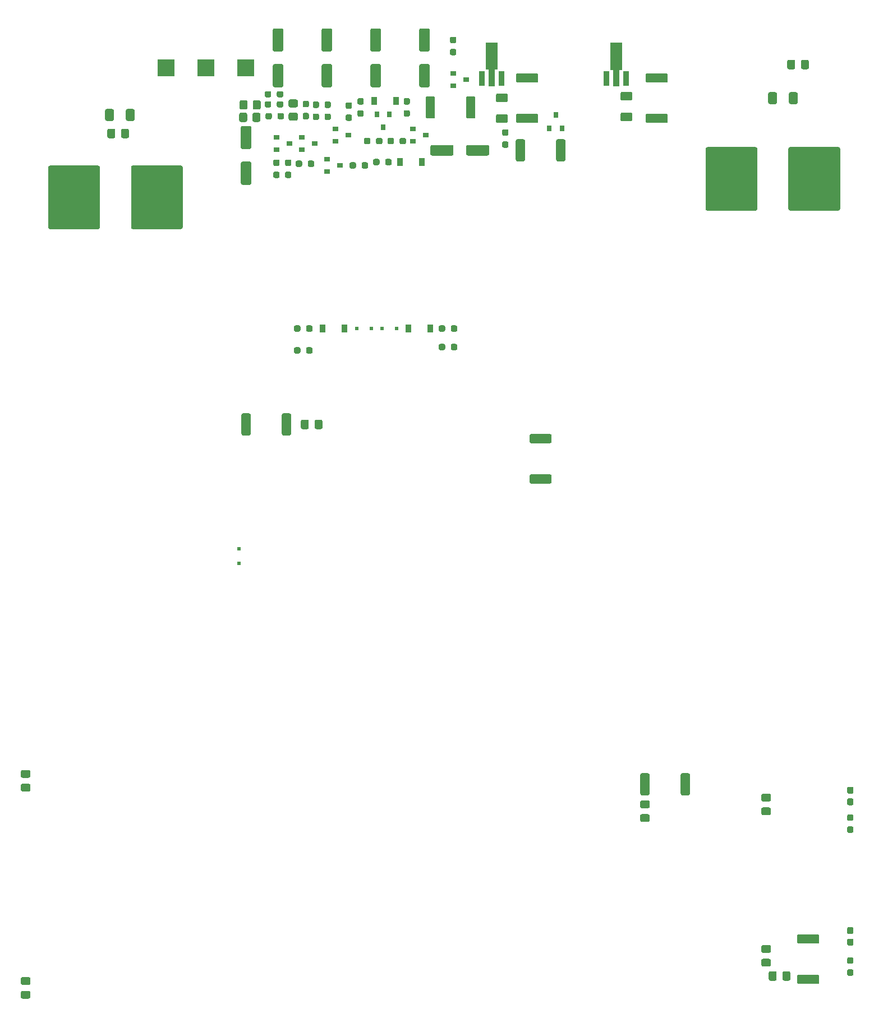
<source format=gtp>
G04 #@! TF.GenerationSoftware,KiCad,Pcbnew,5.1.7-a382d34a8~88~ubuntu18.04.1*
G04 #@! TF.CreationDate,2021-06-01T18:59:40+03:00*
G04 #@! TF.ProjectId,amplifier,616d706c-6966-4696-9572-2e6b69636164,rev?*
G04 #@! TF.SameCoordinates,Original*
G04 #@! TF.FileFunction,Paste,Top*
G04 #@! TF.FilePolarity,Positive*
%FSLAX46Y46*%
G04 Gerber Fmt 4.6, Leading zero omitted, Abs format (unit mm)*
G04 Created by KiCad (PCBNEW 5.1.7-a382d34a8~88~ubuntu18.04.1) date 2021-06-01 18:59:40*
%MOMM*%
%LPD*%
G01*
G04 APERTURE LIST*
%ADD10R,0.900000X0.800000*%
%ADD11R,0.800000X0.900000*%
%ADD12R,0.900000X1.200000*%
%ADD13C,0.100000*%
%ADD14R,0.900000X2.300000*%
%ADD15R,0.500000X0.500000*%
%ADD16R,2.500000X2.500000*%
G04 APERTURE END LIST*
G36*
G01*
X162969001Y-159448000D02*
X160118999Y-159448000D01*
G75*
G02*
X159869000Y-159198001I0J249999D01*
G01*
X159869000Y-158297999D01*
G75*
G02*
X160118999Y-158048000I249999J0D01*
G01*
X162969001Y-158048000D01*
G75*
G02*
X163219000Y-158297999I0J-249999D01*
G01*
X163219000Y-159198001D01*
G75*
G02*
X162969001Y-159448000I-249999J0D01*
G01*
G37*
G36*
G01*
X162969001Y-165548000D02*
X160118999Y-165548000D01*
G75*
G02*
X159869000Y-165298001I0J249999D01*
G01*
X159869000Y-164397999D01*
G75*
G02*
X160118999Y-164148000I249999J0D01*
G01*
X162969001Y-164148000D01*
G75*
G02*
X163219000Y-164397999I0J-249999D01*
G01*
X163219000Y-165298001D01*
G75*
G02*
X162969001Y-165548000I-249999J0D01*
G01*
G37*
G36*
G01*
X168131500Y-158005000D02*
X167656500Y-158005000D01*
G75*
G02*
X167419000Y-157767500I0J237500D01*
G01*
X167419000Y-157192500D01*
G75*
G02*
X167656500Y-156955000I237500J0D01*
G01*
X168131500Y-156955000D01*
G75*
G02*
X168369000Y-157192500I0J-237500D01*
G01*
X168369000Y-157767500D01*
G75*
G02*
X168131500Y-158005000I-237500J0D01*
G01*
G37*
G36*
G01*
X168131500Y-159755000D02*
X167656500Y-159755000D01*
G75*
G02*
X167419000Y-159517500I0J237500D01*
G01*
X167419000Y-158942500D01*
G75*
G02*
X167656500Y-158705000I237500J0D01*
G01*
X168131500Y-158705000D01*
G75*
G02*
X168369000Y-158942500I0J-237500D01*
G01*
X168369000Y-159517500D01*
G75*
G02*
X168131500Y-159755000I-237500J0D01*
G01*
G37*
G36*
G01*
X167656500Y-163342500D02*
X168131500Y-163342500D01*
G75*
G02*
X168369000Y-163580000I0J-237500D01*
G01*
X168369000Y-164080000D01*
G75*
G02*
X168131500Y-164317500I-237500J0D01*
G01*
X167656500Y-164317500D01*
G75*
G02*
X167419000Y-164080000I0J237500D01*
G01*
X167419000Y-163580000D01*
G75*
G02*
X167656500Y-163342500I237500J0D01*
G01*
G37*
G36*
G01*
X167656500Y-161517500D02*
X168131500Y-161517500D01*
G75*
G02*
X168369000Y-161755000I0J-237500D01*
G01*
X168369000Y-162255000D01*
G75*
G02*
X168131500Y-162492500I-237500J0D01*
G01*
X167656500Y-162492500D01*
G75*
G02*
X167419000Y-162255000I0J237500D01*
G01*
X167419000Y-161755000D01*
G75*
G02*
X167656500Y-161517500I237500J0D01*
G01*
G37*
G36*
G01*
X167656500Y-139927500D02*
X168131500Y-139927500D01*
G75*
G02*
X168369000Y-140165000I0J-237500D01*
G01*
X168369000Y-140665000D01*
G75*
G02*
X168131500Y-140902500I-237500J0D01*
G01*
X167656500Y-140902500D01*
G75*
G02*
X167419000Y-140665000I0J237500D01*
G01*
X167419000Y-140165000D01*
G75*
G02*
X167656500Y-139927500I237500J0D01*
G01*
G37*
G36*
G01*
X167656500Y-141752500D02*
X168131500Y-141752500D01*
G75*
G02*
X168369000Y-141990000I0J-237500D01*
G01*
X168369000Y-142490000D01*
G75*
G02*
X168131500Y-142727500I-237500J0D01*
G01*
X167656500Y-142727500D01*
G75*
G02*
X167419000Y-142490000I0J237500D01*
G01*
X167419000Y-141990000D01*
G75*
G02*
X167656500Y-141752500I237500J0D01*
G01*
G37*
G36*
G01*
X136431000Y-137821000D02*
X137381000Y-137821000D01*
G75*
G02*
X137631000Y-138071000I0J-250000D01*
G01*
X137631000Y-138746000D01*
G75*
G02*
X137381000Y-138996000I-250000J0D01*
G01*
X136431000Y-138996000D01*
G75*
G02*
X136181000Y-138746000I0J250000D01*
G01*
X136181000Y-138071000D01*
G75*
G02*
X136431000Y-137821000I250000J0D01*
G01*
G37*
G36*
G01*
X136431000Y-139896000D02*
X137381000Y-139896000D01*
G75*
G02*
X137631000Y-140146000I0J-250000D01*
G01*
X137631000Y-140821000D01*
G75*
G02*
X137381000Y-141071000I-250000J0D01*
G01*
X136431000Y-141071000D01*
G75*
G02*
X136181000Y-140821000I0J250000D01*
G01*
X136181000Y-140146000D01*
G75*
G02*
X136431000Y-139896000I250000J0D01*
G01*
G37*
G36*
G01*
X168131500Y-138560000D02*
X167656500Y-138560000D01*
G75*
G02*
X167419000Y-138322500I0J237500D01*
G01*
X167419000Y-137747500D01*
G75*
G02*
X167656500Y-137510000I237500J0D01*
G01*
X168131500Y-137510000D01*
G75*
G02*
X168369000Y-137747500I0J-237500D01*
G01*
X168369000Y-138322500D01*
G75*
G02*
X168131500Y-138560000I-237500J0D01*
G01*
G37*
G36*
G01*
X168131500Y-136810000D02*
X167656500Y-136810000D01*
G75*
G02*
X167419000Y-136572500I0J237500D01*
G01*
X167419000Y-135997500D01*
G75*
G02*
X167656500Y-135760000I237500J0D01*
G01*
X168131500Y-135760000D01*
G75*
G02*
X168369000Y-135997500I0J-237500D01*
G01*
X168369000Y-136572500D01*
G75*
G02*
X168131500Y-136810000I-237500J0D01*
G01*
G37*
G36*
G01*
X154719000Y-161740000D02*
X155669000Y-161740000D01*
G75*
G02*
X155919000Y-161990000I0J-250000D01*
G01*
X155919000Y-162665000D01*
G75*
G02*
X155669000Y-162915000I-250000J0D01*
G01*
X154719000Y-162915000D01*
G75*
G02*
X154469000Y-162665000I0J250000D01*
G01*
X154469000Y-161990000D01*
G75*
G02*
X154719000Y-161740000I250000J0D01*
G01*
G37*
G36*
G01*
X154719000Y-159665000D02*
X155669000Y-159665000D01*
G75*
G02*
X155919000Y-159915000I0J-250000D01*
G01*
X155919000Y-160590000D01*
G75*
G02*
X155669000Y-160840000I-250000J0D01*
G01*
X154719000Y-160840000D01*
G75*
G02*
X154469000Y-160590000I0J250000D01*
G01*
X154469000Y-159915000D01*
G75*
G02*
X154719000Y-159665000I250000J0D01*
G01*
G37*
G36*
G01*
X158851000Y-163863000D02*
X158851000Y-164813000D01*
G75*
G02*
X158601000Y-165063000I-250000J0D01*
G01*
X157926000Y-165063000D01*
G75*
G02*
X157676000Y-164813000I0J250000D01*
G01*
X157676000Y-163863000D01*
G75*
G02*
X157926000Y-163613000I250000J0D01*
G01*
X158601000Y-163613000D01*
G75*
G02*
X158851000Y-163863000I0J-250000D01*
G01*
G37*
G36*
G01*
X156776000Y-163863000D02*
X156776000Y-164813000D01*
G75*
G02*
X156526000Y-165063000I-250000J0D01*
G01*
X155851000Y-165063000D01*
G75*
G02*
X155601000Y-164813000I0J250000D01*
G01*
X155601000Y-163863000D01*
G75*
G02*
X155851000Y-163613000I250000J0D01*
G01*
X156526000Y-163613000D01*
G75*
G02*
X156776000Y-163863000I0J-250000D01*
G01*
G37*
G36*
G01*
X42959000Y-135302500D02*
X43909000Y-135302500D01*
G75*
G02*
X44159000Y-135552500I0J-250000D01*
G01*
X44159000Y-136227500D01*
G75*
G02*
X43909000Y-136477500I-250000J0D01*
G01*
X42959000Y-136477500D01*
G75*
G02*
X42709000Y-136227500I0J250000D01*
G01*
X42709000Y-135552500D01*
G75*
G02*
X42959000Y-135302500I250000J0D01*
G01*
G37*
G36*
G01*
X42959000Y-133227500D02*
X43909000Y-133227500D01*
G75*
G02*
X44159000Y-133477500I0J-250000D01*
G01*
X44159000Y-134152500D01*
G75*
G02*
X43909000Y-134402500I-250000J0D01*
G01*
X42959000Y-134402500D01*
G75*
G02*
X42709000Y-134152500I0J250000D01*
G01*
X42709000Y-133477500D01*
G75*
G02*
X42959000Y-133227500I250000J0D01*
G01*
G37*
G36*
G01*
X154719000Y-138880000D02*
X155669000Y-138880000D01*
G75*
G02*
X155919000Y-139130000I0J-250000D01*
G01*
X155919000Y-139805000D01*
G75*
G02*
X155669000Y-140055000I-250000J0D01*
G01*
X154719000Y-140055000D01*
G75*
G02*
X154469000Y-139805000I0J250000D01*
G01*
X154469000Y-139130000D01*
G75*
G02*
X154719000Y-138880000I250000J0D01*
G01*
G37*
G36*
G01*
X154719000Y-136805000D02*
X155669000Y-136805000D01*
G75*
G02*
X155919000Y-137055000I0J-250000D01*
G01*
X155919000Y-137730000D01*
G75*
G02*
X155669000Y-137980000I-250000J0D01*
G01*
X154719000Y-137980000D01*
G75*
G02*
X154469000Y-137730000I0J250000D01*
G01*
X154469000Y-137055000D01*
G75*
G02*
X154719000Y-136805000I250000J0D01*
G01*
G37*
G36*
G01*
X136204000Y-136807001D02*
X136204000Y-133956999D01*
G75*
G02*
X136453999Y-133707000I249999J0D01*
G01*
X137354001Y-133707000D01*
G75*
G02*
X137604000Y-133956999I0J-249999D01*
G01*
X137604000Y-136807001D01*
G75*
G02*
X137354001Y-137057000I-249999J0D01*
G01*
X136453999Y-137057000D01*
G75*
G02*
X136204000Y-136807001I0J249999D01*
G01*
G37*
G36*
G01*
X142304000Y-136807001D02*
X142304000Y-133956999D01*
G75*
G02*
X142553999Y-133707000I249999J0D01*
G01*
X143454001Y-133707000D01*
G75*
G02*
X143704000Y-133956999I0J-249999D01*
G01*
X143704000Y-136807001D01*
G75*
G02*
X143454001Y-137057000I-249999J0D01*
G01*
X142553999Y-137057000D01*
G75*
G02*
X142304000Y-136807001I0J249999D01*
G01*
G37*
G36*
G01*
X42959000Y-164512500D02*
X43909000Y-164512500D01*
G75*
G02*
X44159000Y-164762500I0J-250000D01*
G01*
X44159000Y-165437500D01*
G75*
G02*
X43909000Y-165687500I-250000J0D01*
G01*
X42959000Y-165687500D01*
G75*
G02*
X42709000Y-165437500I0J250000D01*
G01*
X42709000Y-164762500D01*
G75*
G02*
X42959000Y-164512500I250000J0D01*
G01*
G37*
G36*
G01*
X42959000Y-166587500D02*
X43909000Y-166587500D01*
G75*
G02*
X44159000Y-166837500I0J-250000D01*
G01*
X44159000Y-167512500D01*
G75*
G02*
X43909000Y-167762500I-250000J0D01*
G01*
X42959000Y-167762500D01*
G75*
G02*
X42709000Y-167512500I0J250000D01*
G01*
X42709000Y-166837500D01*
G75*
G02*
X42959000Y-166587500I250000J0D01*
G01*
G37*
G36*
G01*
X94217500Y-34547000D02*
X93742500Y-34547000D01*
G75*
G02*
X93505000Y-34309500I0J237500D01*
G01*
X93505000Y-33809500D01*
G75*
G02*
X93742500Y-33572000I237500J0D01*
G01*
X94217500Y-33572000D01*
G75*
G02*
X94455000Y-33809500I0J-237500D01*
G01*
X94455000Y-34309500D01*
G75*
G02*
X94217500Y-34547000I-237500J0D01*
G01*
G37*
G36*
G01*
X94217500Y-32722000D02*
X93742500Y-32722000D01*
G75*
G02*
X93505000Y-32484500I0J237500D01*
G01*
X93505000Y-31984500D01*
G75*
G02*
X93742500Y-31747000I237500J0D01*
G01*
X94217500Y-31747000D01*
G75*
G02*
X94455000Y-31984500I0J-237500D01*
G01*
X94455000Y-32484500D01*
G75*
G02*
X94217500Y-32722000I-237500J0D01*
G01*
G37*
G36*
G01*
X113416000Y-39074000D02*
X113416000Y-40174000D01*
G75*
G02*
X113166000Y-40424000I-250000J0D01*
G01*
X110166000Y-40424000D01*
G75*
G02*
X109916000Y-40174000I0J250000D01*
G01*
X109916000Y-39074000D01*
G75*
G02*
X110166000Y-38824000I250000J0D01*
G01*
X113166000Y-38824000D01*
G75*
G02*
X113416000Y-39074000I0J-250000D01*
G01*
G37*
G36*
G01*
X108016000Y-39074000D02*
X108016000Y-40174000D01*
G75*
G02*
X107766000Y-40424000I-250000J0D01*
G01*
X104766000Y-40424000D01*
G75*
G02*
X104516000Y-40174000I0J250000D01*
G01*
X104516000Y-39074000D01*
G75*
G02*
X104766000Y-38824000I250000J0D01*
G01*
X107766000Y-38824000D01*
G75*
G02*
X108016000Y-39074000I0J-250000D01*
G01*
G37*
G36*
G01*
X153860000Y-39391997D02*
X153860000Y-48492003D01*
G75*
G02*
X153610003Y-48742000I-249997J0D01*
G01*
X146309997Y-48742000D01*
G75*
G02*
X146060000Y-48492003I0J249997D01*
G01*
X146060000Y-39391997D01*
G75*
G02*
X146309997Y-39142000I249997J0D01*
G01*
X153610003Y-39142000D01*
G75*
G02*
X153860000Y-39391997I0J-249997D01*
G01*
G37*
G36*
G01*
X166360000Y-39391997D02*
X166360000Y-48492003D01*
G75*
G02*
X166110003Y-48742000I-249997J0D01*
G01*
X158809997Y-48742000D01*
G75*
G02*
X158560000Y-48492003I0J249997D01*
G01*
X158560000Y-39391997D01*
G75*
G02*
X158809997Y-39142000I249997J0D01*
G01*
X166110003Y-39142000D01*
G75*
G02*
X166360000Y-39391997I0J-249997D01*
G01*
G37*
G36*
G01*
X108187500Y-23451000D02*
X107712500Y-23451000D01*
G75*
G02*
X107475000Y-23213500I0J237500D01*
G01*
X107475000Y-22713500D01*
G75*
G02*
X107712500Y-22476000I237500J0D01*
G01*
X108187500Y-22476000D01*
G75*
G02*
X108425000Y-22713500I0J-237500D01*
G01*
X108425000Y-23213500D01*
G75*
G02*
X108187500Y-23451000I-237500J0D01*
G01*
G37*
G36*
G01*
X108187500Y-25276000D02*
X107712500Y-25276000D01*
G75*
G02*
X107475000Y-25038500I0J237500D01*
G01*
X107475000Y-24538500D01*
G75*
G02*
X107712500Y-24301000I237500J0D01*
G01*
X108187500Y-24301000D01*
G75*
G02*
X108425000Y-24538500I0J-237500D01*
G01*
X108425000Y-25038500D01*
G75*
G02*
X108187500Y-25276000I-237500J0D01*
G01*
G37*
G36*
G01*
X82084000Y-24704000D02*
X80984000Y-24704000D01*
G75*
G02*
X80734000Y-24454000I0J250000D01*
G01*
X80734000Y-21454000D01*
G75*
G02*
X80984000Y-21204000I250000J0D01*
G01*
X82084000Y-21204000D01*
G75*
G02*
X82334000Y-21454000I0J-250000D01*
G01*
X82334000Y-24454000D01*
G75*
G02*
X82084000Y-24704000I-250000J0D01*
G01*
G37*
G36*
G01*
X82084000Y-30104000D02*
X80984000Y-30104000D01*
G75*
G02*
X80734000Y-29854000I0J250000D01*
G01*
X80734000Y-26854000D01*
G75*
G02*
X80984000Y-26604000I250000J0D01*
G01*
X82084000Y-26604000D01*
G75*
G02*
X82334000Y-26854000I0J-250000D01*
G01*
X82334000Y-29854000D01*
G75*
G02*
X82084000Y-30104000I-250000J0D01*
G01*
G37*
G36*
G01*
X80602900Y-34230300D02*
X80602900Y-34705300D01*
G75*
G02*
X80365400Y-34942800I-237500J0D01*
G01*
X79865400Y-34942800D01*
G75*
G02*
X79627900Y-34705300I0J237500D01*
G01*
X79627900Y-34230300D01*
G75*
G02*
X79865400Y-33992800I237500J0D01*
G01*
X80365400Y-33992800D01*
G75*
G02*
X80602900Y-34230300I0J-237500D01*
G01*
G37*
G36*
G01*
X82427900Y-34230300D02*
X82427900Y-34705300D01*
G75*
G02*
X82190400Y-34942800I-237500J0D01*
G01*
X81690400Y-34942800D01*
G75*
G02*
X81452900Y-34705300I0J237500D01*
G01*
X81452900Y-34230300D01*
G75*
G02*
X81690400Y-33992800I237500J0D01*
G01*
X82190400Y-33992800D01*
G75*
G02*
X82427900Y-34230300I0J-237500D01*
G01*
G37*
G36*
G01*
X79524400Y-32927300D02*
X79524400Y-32452300D01*
G75*
G02*
X79761900Y-32214800I237500J0D01*
G01*
X80261900Y-32214800D01*
G75*
G02*
X80499400Y-32452300I0J-237500D01*
G01*
X80499400Y-32927300D01*
G75*
G02*
X80261900Y-33164800I-237500J0D01*
G01*
X79761900Y-33164800D01*
G75*
G02*
X79524400Y-32927300I0J237500D01*
G01*
G37*
G36*
G01*
X81349400Y-32927300D02*
X81349400Y-32452300D01*
G75*
G02*
X81586900Y-32214800I237500J0D01*
G01*
X82086900Y-32214800D01*
G75*
G02*
X82324400Y-32452300I0J-237500D01*
G01*
X82324400Y-32927300D01*
G75*
G02*
X82086900Y-33164800I-237500J0D01*
G01*
X81586900Y-33164800D01*
G75*
G02*
X81349400Y-32927300I0J237500D01*
G01*
G37*
G36*
G01*
X82324400Y-30928300D02*
X82324400Y-31403300D01*
G75*
G02*
X82086900Y-31640800I-237500J0D01*
G01*
X81586900Y-31640800D01*
G75*
G02*
X81349400Y-31403300I0J237500D01*
G01*
X81349400Y-30928300D01*
G75*
G02*
X81586900Y-30690800I237500J0D01*
G01*
X82086900Y-30690800D01*
G75*
G02*
X82324400Y-30928300I0J-237500D01*
G01*
G37*
G36*
G01*
X80499400Y-30928300D02*
X80499400Y-31403300D01*
G75*
G02*
X80261900Y-31640800I-237500J0D01*
G01*
X79761900Y-31640800D01*
G75*
G02*
X79524400Y-31403300I0J237500D01*
G01*
X79524400Y-30928300D01*
G75*
G02*
X79761900Y-30690800I237500J0D01*
G01*
X80261900Y-30690800D01*
G75*
G02*
X80499400Y-30928300I0J-237500D01*
G01*
G37*
G36*
G01*
X89450000Y-30104000D02*
X88350000Y-30104000D01*
G75*
G02*
X88100000Y-29854000I0J250000D01*
G01*
X88100000Y-26854000D01*
G75*
G02*
X88350000Y-26604000I250000J0D01*
G01*
X89450000Y-26604000D01*
G75*
G02*
X89700000Y-26854000I0J-250000D01*
G01*
X89700000Y-29854000D01*
G75*
G02*
X89450000Y-30104000I-250000J0D01*
G01*
G37*
G36*
G01*
X89450000Y-24704000D02*
X88350000Y-24704000D01*
G75*
G02*
X88100000Y-24454000I0J250000D01*
G01*
X88100000Y-21454000D01*
G75*
G02*
X88350000Y-21204000I250000J0D01*
G01*
X89450000Y-21204000D01*
G75*
G02*
X89700000Y-21454000I0J-250000D01*
G01*
X89700000Y-24454000D01*
G75*
G02*
X89450000Y-24704000I-250000J0D01*
G01*
G37*
D10*
X87106000Y-38608000D03*
X85106000Y-39558000D03*
X85106000Y-37658000D03*
G36*
G01*
X98041000Y-38464500D02*
X98041000Y-37989500D01*
G75*
G02*
X98278500Y-37752000I237500J0D01*
G01*
X98778500Y-37752000D01*
G75*
G02*
X99016000Y-37989500I0J-237500D01*
G01*
X99016000Y-38464500D01*
G75*
G02*
X98778500Y-38702000I-237500J0D01*
G01*
X98278500Y-38702000D01*
G75*
G02*
X98041000Y-38464500I0J237500D01*
G01*
G37*
G36*
G01*
X99866000Y-38464500D02*
X99866000Y-37989500D01*
G75*
G02*
X100103500Y-37752000I237500J0D01*
G01*
X100603500Y-37752000D01*
G75*
G02*
X100841000Y-37989500I0J-237500D01*
G01*
X100841000Y-38464500D01*
G75*
G02*
X100603500Y-38702000I-237500J0D01*
G01*
X100103500Y-38702000D01*
G75*
G02*
X99866000Y-38464500I0J237500D01*
G01*
G37*
X101870000Y-36388000D03*
X101870000Y-38288000D03*
X103870000Y-37338000D03*
G36*
G01*
X92326000Y-42147500D02*
X92326000Y-41672500D01*
G75*
G02*
X92563500Y-41435000I237500J0D01*
G01*
X93063500Y-41435000D01*
G75*
G02*
X93301000Y-41672500I0J-237500D01*
G01*
X93301000Y-42147500D01*
G75*
G02*
X93063500Y-42385000I-237500J0D01*
G01*
X92563500Y-42385000D01*
G75*
G02*
X92326000Y-42147500I0J237500D01*
G01*
G37*
G36*
G01*
X94151000Y-42147500D02*
X94151000Y-41672500D01*
G75*
G02*
X94388500Y-41435000I237500J0D01*
G01*
X94888500Y-41435000D01*
G75*
G02*
X95126000Y-41672500I0J-237500D01*
G01*
X95126000Y-42147500D01*
G75*
G02*
X94888500Y-42385000I-237500J0D01*
G01*
X94388500Y-42385000D01*
G75*
G02*
X94151000Y-42147500I0J237500D01*
G01*
G37*
G36*
G01*
X91964500Y-32382000D02*
X92439500Y-32382000D01*
G75*
G02*
X92677000Y-32619500I0J-237500D01*
G01*
X92677000Y-33119500D01*
G75*
G02*
X92439500Y-33357000I-237500J0D01*
G01*
X91964500Y-33357000D01*
G75*
G02*
X91727000Y-33119500I0J237500D01*
G01*
X91727000Y-32619500D01*
G75*
G02*
X91964500Y-32382000I237500J0D01*
G01*
G37*
G36*
G01*
X91964500Y-34207000D02*
X92439500Y-34207000D01*
G75*
G02*
X92677000Y-34444500I0J-237500D01*
G01*
X92677000Y-34944500D01*
G75*
G02*
X92439500Y-35182000I-237500J0D01*
G01*
X91964500Y-35182000D01*
G75*
G02*
X91727000Y-34944500I0J237500D01*
G01*
X91727000Y-34444500D01*
G75*
G02*
X91964500Y-34207000I237500J0D01*
G01*
G37*
G36*
G01*
X85962500Y-33126500D02*
X85487500Y-33126500D01*
G75*
G02*
X85250000Y-32889000I0J237500D01*
G01*
X85250000Y-32389000D01*
G75*
G02*
X85487500Y-32151500I237500J0D01*
G01*
X85962500Y-32151500D01*
G75*
G02*
X86200000Y-32389000I0J-237500D01*
G01*
X86200000Y-32889000D01*
G75*
G02*
X85962500Y-33126500I-237500J0D01*
G01*
G37*
G36*
G01*
X85962500Y-34951500D02*
X85487500Y-34951500D01*
G75*
G02*
X85250000Y-34714000I0J237500D01*
G01*
X85250000Y-34214000D01*
G75*
G02*
X85487500Y-33976500I237500J0D01*
G01*
X85962500Y-33976500D01*
G75*
G02*
X86200000Y-34214000I0J-237500D01*
G01*
X86200000Y-34714000D01*
G75*
G02*
X85962500Y-34951500I-237500J0D01*
G01*
G37*
G36*
G01*
X88789500Y-34080000D02*
X89264500Y-34080000D01*
G75*
G02*
X89502000Y-34317500I0J-237500D01*
G01*
X89502000Y-34817500D01*
G75*
G02*
X89264500Y-35055000I-237500J0D01*
G01*
X88789500Y-35055000D01*
G75*
G02*
X88552000Y-34817500I0J237500D01*
G01*
X88552000Y-34317500D01*
G75*
G02*
X88789500Y-34080000I237500J0D01*
G01*
G37*
G36*
G01*
X88789500Y-32255000D02*
X89264500Y-32255000D01*
G75*
G02*
X89502000Y-32492500I0J-237500D01*
G01*
X89502000Y-32992500D01*
G75*
G02*
X89264500Y-33230000I-237500J0D01*
G01*
X88789500Y-33230000D01*
G75*
G02*
X88552000Y-32992500I0J237500D01*
G01*
X88552000Y-32492500D01*
G75*
G02*
X88789500Y-32255000I237500J0D01*
G01*
G37*
G36*
G01*
X87011500Y-32255000D02*
X87486500Y-32255000D01*
G75*
G02*
X87724000Y-32492500I0J-237500D01*
G01*
X87724000Y-32992500D01*
G75*
G02*
X87486500Y-33230000I-237500J0D01*
G01*
X87011500Y-33230000D01*
G75*
G02*
X86774000Y-32992500I0J237500D01*
G01*
X86774000Y-32492500D01*
G75*
G02*
X87011500Y-32255000I237500J0D01*
G01*
G37*
G36*
G01*
X87011500Y-34080000D02*
X87486500Y-34080000D01*
G75*
G02*
X87724000Y-34317500I0J-237500D01*
G01*
X87724000Y-34817500D01*
G75*
G02*
X87486500Y-35055000I-237500J0D01*
G01*
X87011500Y-35055000D01*
G75*
G02*
X86774000Y-34817500I0J237500D01*
G01*
X86774000Y-34317500D01*
G75*
G02*
X87011500Y-34080000I237500J0D01*
G01*
G37*
D11*
X98359000Y-34179000D03*
X96459000Y-34179000D03*
X97409000Y-36179000D03*
D10*
X90916000Y-41910000D03*
X88916000Y-42860000D03*
X88916000Y-40960000D03*
X92186000Y-37338000D03*
X90186000Y-38288000D03*
X90186000Y-36388000D03*
G36*
G01*
X100727500Y-33572000D02*
X101202500Y-33572000D01*
G75*
G02*
X101440000Y-33809500I0J-237500D01*
G01*
X101440000Y-34309500D01*
G75*
G02*
X101202500Y-34547000I-237500J0D01*
G01*
X100727500Y-34547000D01*
G75*
G02*
X100490000Y-34309500I0J237500D01*
G01*
X100490000Y-33809500D01*
G75*
G02*
X100727500Y-33572000I237500J0D01*
G01*
G37*
G36*
G01*
X100727500Y-31747000D02*
X101202500Y-31747000D01*
G75*
G02*
X101440000Y-31984500I0J-237500D01*
G01*
X101440000Y-32484500D01*
G75*
G02*
X101202500Y-32722000I-237500J0D01*
G01*
X100727500Y-32722000D01*
G75*
G02*
X100490000Y-32484500I0J237500D01*
G01*
X100490000Y-31984500D01*
G75*
G02*
X100727500Y-31747000I237500J0D01*
G01*
G37*
G36*
G01*
X96310000Y-38464500D02*
X96310000Y-37989500D01*
G75*
G02*
X96547500Y-37752000I237500J0D01*
G01*
X97047500Y-37752000D01*
G75*
G02*
X97285000Y-37989500I0J-237500D01*
G01*
X97285000Y-38464500D01*
G75*
G02*
X97047500Y-38702000I-237500J0D01*
G01*
X96547500Y-38702000D01*
G75*
G02*
X96310000Y-38464500I0J237500D01*
G01*
G37*
G36*
G01*
X94485000Y-38464500D02*
X94485000Y-37989500D01*
G75*
G02*
X94722500Y-37752000I237500J0D01*
G01*
X95222500Y-37752000D01*
G75*
G02*
X95460000Y-37989500I0J-237500D01*
G01*
X95460000Y-38464500D01*
G75*
G02*
X95222500Y-38702000I-237500J0D01*
G01*
X94722500Y-38702000D01*
G75*
G02*
X94485000Y-38464500I0J237500D01*
G01*
G37*
X81296000Y-37658000D03*
X81296000Y-39558000D03*
X83296000Y-38608000D03*
G36*
G01*
X84198000Y-41893500D02*
X84198000Y-41418500D01*
G75*
G02*
X84435500Y-41181000I237500J0D01*
G01*
X84935500Y-41181000D01*
G75*
G02*
X85173000Y-41418500I0J-237500D01*
G01*
X85173000Y-41893500D01*
G75*
G02*
X84935500Y-42131000I-237500J0D01*
G01*
X84435500Y-42131000D01*
G75*
G02*
X84198000Y-41893500I0J237500D01*
G01*
G37*
G36*
G01*
X86023000Y-41893500D02*
X86023000Y-41418500D01*
G75*
G02*
X86260500Y-41181000I237500J0D01*
G01*
X86760500Y-41181000D01*
G75*
G02*
X86998000Y-41418500I0J-237500D01*
G01*
X86998000Y-41893500D01*
G75*
G02*
X86760500Y-42131000I-237500J0D01*
G01*
X86260500Y-42131000D01*
G75*
G02*
X86023000Y-41893500I0J237500D01*
G01*
G37*
G36*
G01*
X83295500Y-41993000D02*
X82820500Y-41993000D01*
G75*
G02*
X82583000Y-41755500I0J237500D01*
G01*
X82583000Y-41255500D01*
G75*
G02*
X82820500Y-41018000I237500J0D01*
G01*
X83295500Y-41018000D01*
G75*
G02*
X83533000Y-41255500I0J-237500D01*
G01*
X83533000Y-41755500D01*
G75*
G02*
X83295500Y-41993000I-237500J0D01*
G01*
G37*
G36*
G01*
X83295500Y-43818000D02*
X82820500Y-43818000D01*
G75*
G02*
X82583000Y-43580500I0J237500D01*
G01*
X82583000Y-43080500D01*
G75*
G02*
X82820500Y-42843000I237500J0D01*
G01*
X83295500Y-42843000D01*
G75*
G02*
X83533000Y-43080500I0J-237500D01*
G01*
X83533000Y-43580500D01*
G75*
G02*
X83295500Y-43818000I-237500J0D01*
G01*
G37*
D12*
X99313000Y-32131000D03*
X96013000Y-32131000D03*
G36*
G01*
X96816000Y-24704000D02*
X95716000Y-24704000D01*
G75*
G02*
X95466000Y-24454000I0J250000D01*
G01*
X95466000Y-21454000D01*
G75*
G02*
X95716000Y-21204000I250000J0D01*
G01*
X96816000Y-21204000D01*
G75*
G02*
X97066000Y-21454000I0J-250000D01*
G01*
X97066000Y-24454000D01*
G75*
G02*
X96816000Y-24704000I-250000J0D01*
G01*
G37*
G36*
G01*
X96816000Y-30104000D02*
X95716000Y-30104000D01*
G75*
G02*
X95466000Y-29854000I0J250000D01*
G01*
X95466000Y-26854000D01*
G75*
G02*
X95716000Y-26604000I250000J0D01*
G01*
X96816000Y-26604000D01*
G75*
G02*
X97066000Y-26854000I0J-250000D01*
G01*
X97066000Y-29854000D01*
G75*
G02*
X96816000Y-30104000I-250000J0D01*
G01*
G37*
D13*
G36*
X114658500Y-23339500D02*
G01*
X114658500Y-27464500D01*
X114242000Y-27464500D01*
X114242000Y-29939500D01*
X113342000Y-29939500D01*
X113342000Y-27464500D01*
X112925500Y-27464500D01*
X112925500Y-23339500D01*
X114658500Y-23339500D01*
G37*
D14*
X115292000Y-28789500D03*
X112292000Y-28789500D03*
D10*
X109966000Y-28956000D03*
X107966000Y-29906000D03*
X107966000Y-28006000D03*
D12*
X91566000Y-66548000D03*
X88266000Y-66548000D03*
G36*
G01*
X116061500Y-39246000D02*
X115586500Y-39246000D01*
G75*
G02*
X115349000Y-39008500I0J237500D01*
G01*
X115349000Y-38508500D01*
G75*
G02*
X115586500Y-38271000I237500J0D01*
G01*
X116061500Y-38271000D01*
G75*
G02*
X116299000Y-38508500I0J-237500D01*
G01*
X116299000Y-39008500D01*
G75*
G02*
X116061500Y-39246000I-237500J0D01*
G01*
G37*
G36*
G01*
X116061500Y-37421000D02*
X115586500Y-37421000D01*
G75*
G02*
X115349000Y-37183500I0J237500D01*
G01*
X115349000Y-36683500D01*
G75*
G02*
X115586500Y-36446000I237500J0D01*
G01*
X116061500Y-36446000D01*
G75*
G02*
X116299000Y-36683500I0J-237500D01*
G01*
X116299000Y-37183500D01*
G75*
G02*
X116061500Y-37421000I-237500J0D01*
G01*
G37*
G36*
G01*
X81517500Y-41993000D02*
X81042500Y-41993000D01*
G75*
G02*
X80805000Y-41755500I0J237500D01*
G01*
X80805000Y-41255500D01*
G75*
G02*
X81042500Y-41018000I237500J0D01*
G01*
X81517500Y-41018000D01*
G75*
G02*
X81755000Y-41255500I0J-237500D01*
G01*
X81755000Y-41755500D01*
G75*
G02*
X81517500Y-41993000I-237500J0D01*
G01*
G37*
G36*
G01*
X81517500Y-43818000D02*
X81042500Y-43818000D01*
G75*
G02*
X80805000Y-43580500I0J237500D01*
G01*
X80805000Y-43080500D01*
G75*
G02*
X81042500Y-42843000I237500J0D01*
G01*
X81517500Y-42843000D01*
G75*
G02*
X81755000Y-43080500I0J-237500D01*
G01*
X81755000Y-43580500D01*
G75*
G02*
X81517500Y-43818000I-237500J0D01*
G01*
G37*
D14*
X131088000Y-28820000D03*
X134088000Y-28820000D03*
D13*
G36*
X133454500Y-23370000D02*
G01*
X133454500Y-27495000D01*
X133038000Y-27495000D01*
X133038000Y-29970000D01*
X132138000Y-29970000D01*
X132138000Y-27495000D01*
X131721500Y-27495000D01*
X131721500Y-23370000D01*
X133454500Y-23370000D01*
G37*
D11*
X122494000Y-36306000D03*
X124394000Y-36306000D03*
X123444000Y-34306000D03*
G36*
G01*
X137258999Y-28000000D02*
X140109001Y-28000000D01*
G75*
G02*
X140359000Y-28249999I0J-249999D01*
G01*
X140359000Y-29150001D01*
G75*
G02*
X140109001Y-29400000I-249999J0D01*
G01*
X137258999Y-29400000D01*
G75*
G02*
X137009000Y-29150001I0J249999D01*
G01*
X137009000Y-28249999D01*
G75*
G02*
X137258999Y-28000000I249999J0D01*
G01*
G37*
G36*
G01*
X137258999Y-34100000D02*
X140109001Y-34100000D01*
G75*
G02*
X140359000Y-34349999I0J-249999D01*
G01*
X140359000Y-35250001D01*
G75*
G02*
X140109001Y-35500000I-249999J0D01*
G01*
X137258999Y-35500000D01*
G75*
G02*
X137009000Y-35250001I0J249999D01*
G01*
X137009000Y-34349999D01*
G75*
G02*
X137258999Y-34100000I249999J0D01*
G01*
G37*
G36*
G01*
X117408000Y-41049001D02*
X117408000Y-38198999D01*
G75*
G02*
X117657999Y-37949000I249999J0D01*
G01*
X118558001Y-37949000D01*
G75*
G02*
X118808000Y-38198999I0J-249999D01*
G01*
X118808000Y-41049001D01*
G75*
G02*
X118558001Y-41299000I-249999J0D01*
G01*
X117657999Y-41299000D01*
G75*
G02*
X117408000Y-41049001I0J249999D01*
G01*
G37*
G36*
G01*
X123508000Y-41049001D02*
X123508000Y-38198999D01*
G75*
G02*
X123757999Y-37949000I249999J0D01*
G01*
X124658001Y-37949000D01*
G75*
G02*
X124908000Y-38198999I0J-249999D01*
G01*
X124908000Y-41049001D01*
G75*
G02*
X124658001Y-41299000I-249999J0D01*
G01*
X123757999Y-41299000D01*
G75*
G02*
X123508000Y-41049001I0J249999D01*
G01*
G37*
G36*
G01*
X120551001Y-29400000D02*
X117700999Y-29400000D01*
G75*
G02*
X117451000Y-29150001I0J249999D01*
G01*
X117451000Y-28249999D01*
G75*
G02*
X117700999Y-28000000I249999J0D01*
G01*
X120551001Y-28000000D01*
G75*
G02*
X120801000Y-28249999I0J-249999D01*
G01*
X120801000Y-29150001D01*
G75*
G02*
X120551001Y-29400000I-249999J0D01*
G01*
G37*
G36*
G01*
X120551001Y-35500000D02*
X117700999Y-35500000D01*
G75*
G02*
X117451000Y-35250001I0J249999D01*
G01*
X117451000Y-34349999D01*
G75*
G02*
X117700999Y-34100000I249999J0D01*
G01*
X120551001Y-34100000D01*
G75*
G02*
X120801000Y-34349999I0J-249999D01*
G01*
X120801000Y-35250001D01*
G75*
G02*
X120551001Y-35500000I-249999J0D01*
G01*
G37*
G36*
G01*
X105219000Y-31721999D02*
X105219000Y-34572001D01*
G75*
G02*
X104969001Y-34822000I-249999J0D01*
G01*
X104068999Y-34822000D01*
G75*
G02*
X103819000Y-34572001I0J249999D01*
G01*
X103819000Y-31721999D01*
G75*
G02*
X104068999Y-31472000I249999J0D01*
G01*
X104969001Y-31472000D01*
G75*
G02*
X105219000Y-31721999I0J-249999D01*
G01*
G37*
G36*
G01*
X111319000Y-31721999D02*
X111319000Y-34572001D01*
G75*
G02*
X111069001Y-34822000I-249999J0D01*
G01*
X110168999Y-34822000D01*
G75*
G02*
X109919000Y-34572001I0J249999D01*
G01*
X109919000Y-31721999D01*
G75*
G02*
X110168999Y-31472000I249999J0D01*
G01*
X111069001Y-31472000D01*
G75*
G02*
X111319000Y-31721999I0J-249999D01*
G01*
G37*
D15*
X95588000Y-66548000D03*
X93388000Y-66548000D03*
G36*
G01*
X133461998Y-33920000D02*
X134762002Y-33920000D01*
G75*
G02*
X135012000Y-34169998I0J-249998D01*
G01*
X135012000Y-34995002D01*
G75*
G02*
X134762002Y-35245000I-249998J0D01*
G01*
X133461998Y-35245000D01*
G75*
G02*
X133212000Y-34995002I0J249998D01*
G01*
X133212000Y-34169998D01*
G75*
G02*
X133461998Y-33920000I249998J0D01*
G01*
G37*
G36*
G01*
X133461998Y-30795000D02*
X134762002Y-30795000D01*
G75*
G02*
X135012000Y-31044998I0J-249998D01*
G01*
X135012000Y-31870002D01*
G75*
G02*
X134762002Y-32120000I-249998J0D01*
G01*
X133461998Y-32120000D01*
G75*
G02*
X133212000Y-31870002I0J249998D01*
G01*
X133212000Y-31044998D01*
G75*
G02*
X133461998Y-30795000I249998J0D01*
G01*
G37*
D12*
X101220000Y-66548000D03*
X104520000Y-66548000D03*
D15*
X97198000Y-66548000D03*
X99398000Y-66548000D03*
G36*
G01*
X77258000Y-44836000D02*
X76158000Y-44836000D01*
G75*
G02*
X75908000Y-44586000I0J250000D01*
G01*
X75908000Y-41586000D01*
G75*
G02*
X76158000Y-41336000I250000J0D01*
G01*
X77258000Y-41336000D01*
G75*
G02*
X77508000Y-41586000I0J-250000D01*
G01*
X77508000Y-44586000D01*
G75*
G02*
X77258000Y-44836000I-250000J0D01*
G01*
G37*
G36*
G01*
X77258000Y-39436000D02*
X76158000Y-39436000D01*
G75*
G02*
X75908000Y-39186000I0J250000D01*
G01*
X75908000Y-36186000D01*
G75*
G02*
X76158000Y-35936000I250000J0D01*
G01*
X77258000Y-35936000D01*
G75*
G02*
X77508000Y-36186000I0J-250000D01*
G01*
X77508000Y-39186000D01*
G75*
G02*
X77258000Y-39436000I-250000J0D01*
G01*
G37*
D12*
X99950000Y-41402000D03*
X103250000Y-41402000D03*
G36*
G01*
X115966002Y-35499000D02*
X114665998Y-35499000D01*
G75*
G02*
X114416000Y-35249002I0J249998D01*
G01*
X114416000Y-34423998D01*
G75*
G02*
X114665998Y-34174000I249998J0D01*
G01*
X115966002Y-34174000D01*
G75*
G02*
X116216000Y-34423998I0J-249998D01*
G01*
X116216000Y-35249002D01*
G75*
G02*
X115966002Y-35499000I-249998J0D01*
G01*
G37*
G36*
G01*
X115966002Y-32374000D02*
X114665998Y-32374000D01*
G75*
G02*
X114416000Y-32124002I0J249998D01*
G01*
X114416000Y-31298998D01*
G75*
G02*
X114665998Y-31049000I249998J0D01*
G01*
X115966002Y-31049000D01*
G75*
G02*
X116216000Y-31298998I0J-249998D01*
G01*
X116216000Y-32124002D01*
G75*
G02*
X115966002Y-32374000I-249998J0D01*
G01*
G37*
G36*
G01*
X104182000Y-24704000D02*
X103082000Y-24704000D01*
G75*
G02*
X102832000Y-24454000I0J250000D01*
G01*
X102832000Y-21454000D01*
G75*
G02*
X103082000Y-21204000I250000J0D01*
G01*
X104182000Y-21204000D01*
G75*
G02*
X104432000Y-21454000I0J-250000D01*
G01*
X104432000Y-24454000D01*
G75*
G02*
X104182000Y-24704000I-250000J0D01*
G01*
G37*
G36*
G01*
X104182000Y-30104000D02*
X103082000Y-30104000D01*
G75*
G02*
X102832000Y-29854000I0J250000D01*
G01*
X102832000Y-26854000D01*
G75*
G02*
X103082000Y-26604000I250000J0D01*
G01*
X104182000Y-26604000D01*
G75*
G02*
X104432000Y-26854000I0J-250000D01*
G01*
X104432000Y-29854000D01*
G75*
G02*
X104182000Y-30104000I-250000J0D01*
G01*
G37*
G36*
G01*
X98682000Y-41164500D02*
X98682000Y-41639500D01*
G75*
G02*
X98444500Y-41877000I-237500J0D01*
G01*
X97944500Y-41877000D01*
G75*
G02*
X97707000Y-41639500I0J237500D01*
G01*
X97707000Y-41164500D01*
G75*
G02*
X97944500Y-40927000I237500J0D01*
G01*
X98444500Y-40927000D01*
G75*
G02*
X98682000Y-41164500I0J-237500D01*
G01*
G37*
G36*
G01*
X96857000Y-41164500D02*
X96857000Y-41639500D01*
G75*
G02*
X96619500Y-41877000I-237500J0D01*
G01*
X96119500Y-41877000D01*
G75*
G02*
X95882000Y-41639500I0J237500D01*
G01*
X95882000Y-41164500D01*
G75*
G02*
X96119500Y-40927000I237500J0D01*
G01*
X96619500Y-40927000D01*
G75*
G02*
X96857000Y-41164500I0J-237500D01*
G01*
G37*
G36*
G01*
X76006000Y-82451001D02*
X76006000Y-79600999D01*
G75*
G02*
X76255999Y-79351000I249999J0D01*
G01*
X77156001Y-79351000D01*
G75*
G02*
X77406000Y-79600999I0J-249999D01*
G01*
X77406000Y-82451001D01*
G75*
G02*
X77156001Y-82701000I-249999J0D01*
G01*
X76255999Y-82701000D01*
G75*
G02*
X76006000Y-82451001I0J249999D01*
G01*
G37*
G36*
G01*
X82106000Y-82451001D02*
X82106000Y-79600999D01*
G75*
G02*
X82355999Y-79351000I249999J0D01*
G01*
X83256001Y-79351000D01*
G75*
G02*
X83506000Y-79600999I0J-249999D01*
G01*
X83506000Y-82451001D01*
G75*
G02*
X83256001Y-82701000I-249999J0D01*
G01*
X82355999Y-82701000D01*
G75*
G02*
X82106000Y-82451001I0J249999D01*
G01*
G37*
G36*
G01*
X122583001Y-83883000D02*
X119732999Y-83883000D01*
G75*
G02*
X119483000Y-83633001I0J249999D01*
G01*
X119483000Y-82732999D01*
G75*
G02*
X119732999Y-82483000I249999J0D01*
G01*
X122583001Y-82483000D01*
G75*
G02*
X122833000Y-82732999I0J-249999D01*
G01*
X122833000Y-83633001D01*
G75*
G02*
X122583001Y-83883000I-249999J0D01*
G01*
G37*
G36*
G01*
X122583001Y-89983000D02*
X119732999Y-89983000D01*
G75*
G02*
X119483000Y-89733001I0J249999D01*
G01*
X119483000Y-88832999D01*
G75*
G02*
X119732999Y-88583000I249999J0D01*
G01*
X122583001Y-88583000D01*
G75*
G02*
X122833000Y-88832999I0J-249999D01*
G01*
X122833000Y-89733001D01*
G75*
G02*
X122583001Y-89983000I-249999J0D01*
G01*
G37*
G36*
G01*
X83944000Y-66785500D02*
X83944000Y-66310500D01*
G75*
G02*
X84181500Y-66073000I237500J0D01*
G01*
X84681500Y-66073000D01*
G75*
G02*
X84919000Y-66310500I0J-237500D01*
G01*
X84919000Y-66785500D01*
G75*
G02*
X84681500Y-67023000I-237500J0D01*
G01*
X84181500Y-67023000D01*
G75*
G02*
X83944000Y-66785500I0J237500D01*
G01*
G37*
G36*
G01*
X85769000Y-66785500D02*
X85769000Y-66310500D01*
G75*
G02*
X86006500Y-66073000I237500J0D01*
G01*
X86506500Y-66073000D01*
G75*
G02*
X86744000Y-66310500I0J-237500D01*
G01*
X86744000Y-66785500D01*
G75*
G02*
X86506500Y-67023000I-237500J0D01*
G01*
X86006500Y-67023000D01*
G75*
G02*
X85769000Y-66785500I0J237500D01*
G01*
G37*
G36*
G01*
X85769000Y-70087500D02*
X85769000Y-69612500D01*
G75*
G02*
X86006500Y-69375000I237500J0D01*
G01*
X86506500Y-69375000D01*
G75*
G02*
X86744000Y-69612500I0J-237500D01*
G01*
X86744000Y-70087500D01*
G75*
G02*
X86506500Y-70325000I-237500J0D01*
G01*
X86006500Y-70325000D01*
G75*
G02*
X85769000Y-70087500I0J237500D01*
G01*
G37*
G36*
G01*
X83944000Y-70087500D02*
X83944000Y-69612500D01*
G75*
G02*
X84181500Y-69375000I237500J0D01*
G01*
X84681500Y-69375000D01*
G75*
G02*
X84919000Y-69612500I0J-237500D01*
G01*
X84919000Y-70087500D01*
G75*
G02*
X84681500Y-70325000I-237500J0D01*
G01*
X84181500Y-70325000D01*
G75*
G02*
X83944000Y-70087500I0J237500D01*
G01*
G37*
G36*
G01*
X108588000Y-66310500D02*
X108588000Y-66785500D01*
G75*
G02*
X108350500Y-67023000I-237500J0D01*
G01*
X107850500Y-67023000D01*
G75*
G02*
X107613000Y-66785500I0J237500D01*
G01*
X107613000Y-66310500D01*
G75*
G02*
X107850500Y-66073000I237500J0D01*
G01*
X108350500Y-66073000D01*
G75*
G02*
X108588000Y-66310500I0J-237500D01*
G01*
G37*
G36*
G01*
X106763000Y-66310500D02*
X106763000Y-66785500D01*
G75*
G02*
X106525500Y-67023000I-237500J0D01*
G01*
X106025500Y-67023000D01*
G75*
G02*
X105788000Y-66785500I0J237500D01*
G01*
X105788000Y-66310500D01*
G75*
G02*
X106025500Y-66073000I237500J0D01*
G01*
X106525500Y-66073000D01*
G75*
G02*
X106763000Y-66310500I0J-237500D01*
G01*
G37*
G36*
G01*
X106763000Y-69104500D02*
X106763000Y-69579500D01*
G75*
G02*
X106525500Y-69817000I-237500J0D01*
G01*
X106025500Y-69817000D01*
G75*
G02*
X105788000Y-69579500I0J237500D01*
G01*
X105788000Y-69104500D01*
G75*
G02*
X106025500Y-68867000I237500J0D01*
G01*
X106525500Y-68867000D01*
G75*
G02*
X106763000Y-69104500I0J-237500D01*
G01*
G37*
G36*
G01*
X108588000Y-69104500D02*
X108588000Y-69579500D01*
G75*
G02*
X108350500Y-69817000I-237500J0D01*
G01*
X107850500Y-69817000D01*
G75*
G02*
X107613000Y-69579500I0J237500D01*
G01*
X107613000Y-69104500D01*
G75*
G02*
X107850500Y-68867000I237500J0D01*
G01*
X108350500Y-68867000D01*
G75*
G02*
X108588000Y-69104500I0J-237500D01*
G01*
G37*
D15*
X75641200Y-99839600D03*
X75641200Y-102039600D03*
G36*
G01*
X84989000Y-81501000D02*
X84989000Y-80551000D01*
G75*
G02*
X85239000Y-80301000I250000J0D01*
G01*
X85914000Y-80301000D01*
G75*
G02*
X86164000Y-80551000I0J-250000D01*
G01*
X86164000Y-81501000D01*
G75*
G02*
X85914000Y-81751000I-250000J0D01*
G01*
X85239000Y-81751000D01*
G75*
G02*
X84989000Y-81501000I0J250000D01*
G01*
G37*
G36*
G01*
X87064000Y-81501000D02*
X87064000Y-80551000D01*
G75*
G02*
X87314000Y-80301000I250000J0D01*
G01*
X87989000Y-80301000D01*
G75*
G02*
X88239000Y-80551000I0J-250000D01*
G01*
X88239000Y-81501000D01*
G75*
G02*
X87989000Y-81751000I-250000J0D01*
G01*
X87314000Y-81751000D01*
G75*
G02*
X87064000Y-81501000I0J250000D01*
G01*
G37*
G36*
G01*
X46846000Y-51286003D02*
X46846000Y-42185997D01*
G75*
G02*
X47095997Y-41936000I249997J0D01*
G01*
X54396003Y-41936000D01*
G75*
G02*
X54646000Y-42185997I0J-249997D01*
G01*
X54646000Y-51286003D01*
G75*
G02*
X54396003Y-51536000I-249997J0D01*
G01*
X47095997Y-51536000D01*
G75*
G02*
X46846000Y-51286003I0J249997D01*
G01*
G37*
G36*
G01*
X59346000Y-51286003D02*
X59346000Y-42185997D01*
G75*
G02*
X59595997Y-41936000I249997J0D01*
G01*
X66896003Y-41936000D01*
G75*
G02*
X67146000Y-42185997I0J-249997D01*
G01*
X67146000Y-51286003D01*
G75*
G02*
X66896003Y-51536000I-249997J0D01*
G01*
X59595997Y-51536000D01*
G75*
G02*
X59346000Y-51286003I0J249997D01*
G01*
G37*
G36*
G01*
X58558000Y-34940002D02*
X58558000Y-33639998D01*
G75*
G02*
X58807998Y-33390000I249998J0D01*
G01*
X59633002Y-33390000D01*
G75*
G02*
X59883000Y-33639998I0J-249998D01*
G01*
X59883000Y-34940002D01*
G75*
G02*
X59633002Y-35190000I-249998J0D01*
G01*
X58807998Y-35190000D01*
G75*
G02*
X58558000Y-34940002I0J249998D01*
G01*
G37*
G36*
G01*
X55433000Y-34940002D02*
X55433000Y-33639998D01*
G75*
G02*
X55682998Y-33390000I249998J0D01*
G01*
X56508002Y-33390000D01*
G75*
G02*
X56758000Y-33639998I0J-249998D01*
G01*
X56758000Y-34940002D01*
G75*
G02*
X56508002Y-35190000I-249998J0D01*
G01*
X55682998Y-35190000D01*
G75*
G02*
X55433000Y-34940002I0J249998D01*
G01*
G37*
G36*
G01*
X159959000Y-31099998D02*
X159959000Y-32400002D01*
G75*
G02*
X159709002Y-32650000I-249998J0D01*
G01*
X158883998Y-32650000D01*
G75*
G02*
X158634000Y-32400002I0J249998D01*
G01*
X158634000Y-31099998D01*
G75*
G02*
X158883998Y-30850000I249998J0D01*
G01*
X159709002Y-30850000D01*
G75*
G02*
X159959000Y-31099998I0J-249998D01*
G01*
G37*
G36*
G01*
X156834000Y-31099998D02*
X156834000Y-32400002D01*
G75*
G02*
X156584002Y-32650000I-249998J0D01*
G01*
X155758998Y-32650000D01*
G75*
G02*
X155509000Y-32400002I0J249998D01*
G01*
X155509000Y-31099998D01*
G75*
G02*
X155758998Y-30850000I249998J0D01*
G01*
X156584002Y-30850000D01*
G75*
G02*
X156834000Y-31099998I0J-249998D01*
G01*
G37*
G36*
G01*
X57854000Y-37559000D02*
X57854000Y-36609000D01*
G75*
G02*
X58104000Y-36359000I250000J0D01*
G01*
X58779000Y-36359000D01*
G75*
G02*
X59029000Y-36609000I0J-250000D01*
G01*
X59029000Y-37559000D01*
G75*
G02*
X58779000Y-37809000I-250000J0D01*
G01*
X58104000Y-37809000D01*
G75*
G02*
X57854000Y-37559000I0J250000D01*
G01*
G37*
G36*
G01*
X55779000Y-37559000D02*
X55779000Y-36609000D01*
G75*
G02*
X56029000Y-36359000I250000J0D01*
G01*
X56704000Y-36359000D01*
G75*
G02*
X56954000Y-36609000I0J-250000D01*
G01*
X56954000Y-37559000D01*
G75*
G02*
X56704000Y-37809000I-250000J0D01*
G01*
X56029000Y-37809000D01*
G75*
G02*
X55779000Y-37559000I0J250000D01*
G01*
G37*
G36*
G01*
X161645000Y-26195000D02*
X161645000Y-27145000D01*
G75*
G02*
X161395000Y-27395000I-250000J0D01*
G01*
X160720000Y-27395000D01*
G75*
G02*
X160470000Y-27145000I0J250000D01*
G01*
X160470000Y-26195000D01*
G75*
G02*
X160720000Y-25945000I250000J0D01*
G01*
X161395000Y-25945000D01*
G75*
G02*
X161645000Y-26195000I0J-250000D01*
G01*
G37*
G36*
G01*
X159570000Y-26195000D02*
X159570000Y-27145000D01*
G75*
G02*
X159320000Y-27395000I-250000J0D01*
G01*
X158645000Y-27395000D01*
G75*
G02*
X158395000Y-27145000I0J250000D01*
G01*
X158395000Y-26195000D01*
G75*
G02*
X158645000Y-25945000I250000J0D01*
G01*
X159320000Y-25945000D01*
G75*
G02*
X159570000Y-26195000I0J-250000D01*
G01*
G37*
D16*
X76612000Y-27178000D03*
X70612000Y-27178000D03*
X64612000Y-27178000D03*
G36*
G01*
X76917600Y-32315999D02*
X76917600Y-33216001D01*
G75*
G02*
X76667601Y-33466000I-249999J0D01*
G01*
X75967599Y-33466000D01*
G75*
G02*
X75717600Y-33216001I0J249999D01*
G01*
X75717600Y-32315999D01*
G75*
G02*
X75967599Y-32066000I249999J0D01*
G01*
X76667601Y-32066000D01*
G75*
G02*
X76917600Y-32315999I0J-249999D01*
G01*
G37*
G36*
G01*
X78917600Y-32315999D02*
X78917600Y-33216001D01*
G75*
G02*
X78667601Y-33466000I-249999J0D01*
G01*
X77967599Y-33466000D01*
G75*
G02*
X77717600Y-33216001I0J249999D01*
G01*
X77717600Y-32315999D01*
G75*
G02*
X77967599Y-32066000I249999J0D01*
G01*
X78667601Y-32066000D01*
G75*
G02*
X78917600Y-32315999I0J-249999D01*
G01*
G37*
G36*
G01*
X78866800Y-34195599D02*
X78866800Y-35095601D01*
G75*
G02*
X78616801Y-35345600I-249999J0D01*
G01*
X77916799Y-35345600D01*
G75*
G02*
X77666800Y-35095601I0J249999D01*
G01*
X77666800Y-34195599D01*
G75*
G02*
X77916799Y-33945600I249999J0D01*
G01*
X78616801Y-33945600D01*
G75*
G02*
X78866800Y-34195599I0J-249999D01*
G01*
G37*
G36*
G01*
X76866800Y-34195599D02*
X76866800Y-35095601D01*
G75*
G02*
X76616801Y-35345600I-249999J0D01*
G01*
X75916799Y-35345600D01*
G75*
G02*
X75666800Y-35095601I0J249999D01*
G01*
X75666800Y-34195599D01*
G75*
G02*
X75916799Y-33945600I249999J0D01*
G01*
X76616801Y-33945600D01*
G75*
G02*
X76866800Y-34195599I0J-249999D01*
G01*
G37*
G36*
G01*
X84270001Y-35144000D02*
X83369999Y-35144000D01*
G75*
G02*
X83120000Y-34894001I0J249999D01*
G01*
X83120000Y-34193999D01*
G75*
G02*
X83369999Y-33944000I249999J0D01*
G01*
X84270001Y-33944000D01*
G75*
G02*
X84520000Y-34193999I0J-249999D01*
G01*
X84520000Y-34894001D01*
G75*
G02*
X84270001Y-35144000I-249999J0D01*
G01*
G37*
G36*
G01*
X84270001Y-33144000D02*
X83369999Y-33144000D01*
G75*
G02*
X83120000Y-32894001I0J249999D01*
G01*
X83120000Y-32193999D01*
G75*
G02*
X83369999Y-31944000I249999J0D01*
G01*
X84270001Y-31944000D01*
G75*
G02*
X84520000Y-32193999I0J-249999D01*
G01*
X84520000Y-32894001D01*
G75*
G02*
X84270001Y-33144000I-249999J0D01*
G01*
G37*
M02*

</source>
